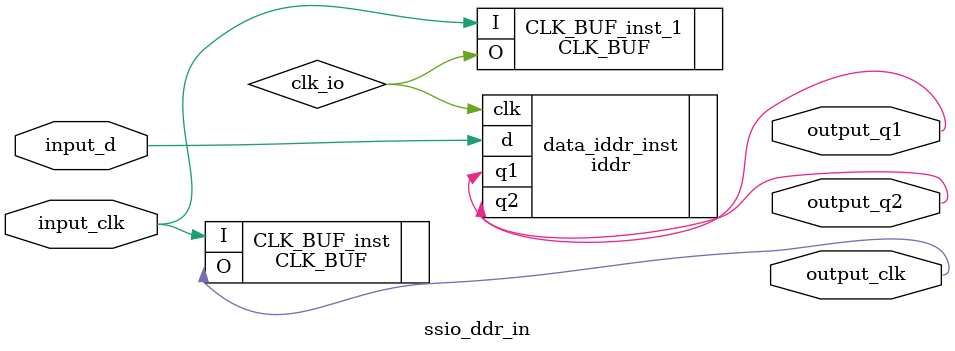
<source format=v>
/*

Copyright (c) 2016-2018 Alex Forencich

Permission is hereby granted, free of charge, to any person obtaining a copy
of this software and associated documentation files (the "Software"), to deal
in the Software without restriction, including without limitation the rights
to use, copy, modify, merge, publish, distribute, sublicense, and/or sell
copies of the Software, and to permit persons to whom the Software is
furnished to do so, subject to the following conditions:

The above copyright notice and this permission notice shall be included in
all copies or substantial portions of the Software.

THE SOFTWARE IS PROVIDED "AS IS", WITHOUT WARRANTY OF ANY KIND, EXPRESS OR
IMPLIED, INCLUDING BUT NOT LIMITED TO THE WARRANTIES OF MERCHANTABILITY
FITNESS FOR A PARTICULAR PURPOSE AND NONINFRINGEMENT. IN NO EVENT SHALL THE
AUTHORS OR COPYRIGHT HOLDERS BE LIABLE FOR ANY CLAIM, DAMAGES OR OTHER
LIABILITY, WHETHER IN AN ACTION OF CONTRACT, TORT OR OTHERWISE, ARISING FROM,
OUT OF OR IN CONNECTION WITH THE SOFTWARE OR THE USE OR OTHER DEALINGS IN
THE SOFTWARE.

*/

// Language: Verilog 2001

`resetall
`timescale 1ns / 1ps
`default_nettype none

/*
 * Generic source synchronous DDR input
 */
module ssio_ddr_in #
(
    // Width of register in bits
    parameter WIDTH = 1
)
(
    input  wire             input_clk,

    input  wire [WIDTH-1:0] input_d,

    output wire             output_clk,

    output wire [WIDTH-1:0] output_q1,
    output wire [WIDTH-1:0] output_q2
);

wire clk_int;
wire clk_io;

CLK_BUF 
CLK_BUF_inst(
    .I(input_clk),
    .O(output_clk)
);

CLK_BUF 
CLK_BUF_inst_1(
    .I(input_clk),
    .O(clk_io)
);

iddr #(
    .WIDTH(WIDTH)
)
data_iddr_inst (
    .clk(clk_io),
    .d(input_d),
    .q1(output_q1),
    .q2(output_q2)
);

endmodule

`resetall

</source>
